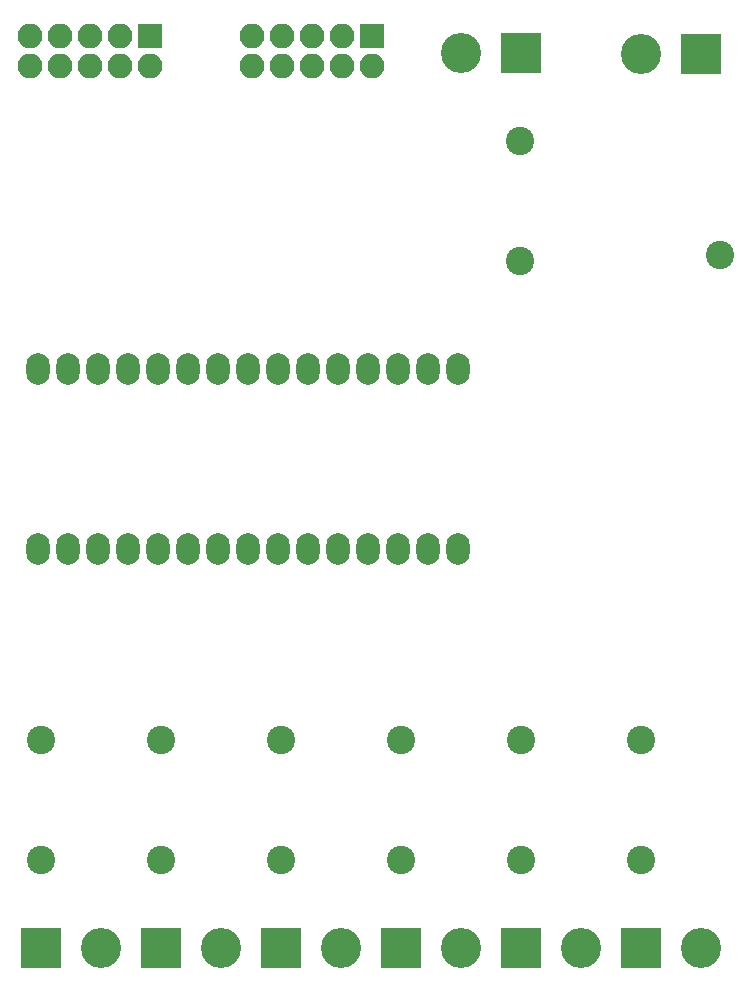
<source format=gbr>
G04 #@! TF.FileFunction,Soldermask,Bot*
%FSLAX46Y46*%
G04 Gerber Fmt 4.6, Leading zero omitted, Abs format (unit mm)*
G04 Created by KiCad (PCBNEW 4.0.2+dfsg1-stable) date mié 25 sep 2019 12:11:59 CEST*
%MOMM*%
G01*
G04 APERTURE LIST*
%ADD10C,0.100000*%
%ADD11R,3.400000X3.400000*%
%ADD12C,3.400000*%
%ADD13C,2.398980*%
%ADD14O,1.974800X2.686000*%
%ADD15R,2.100000X2.100000*%
%ADD16O,2.100000X2.100000*%
G04 APERTURE END LIST*
D10*
D11*
X86741000Y-154940000D03*
D12*
X91821000Y-154940000D03*
D11*
X122301000Y-79248000D03*
D12*
X117221000Y-79248000D03*
D11*
X66421000Y-154940000D03*
D12*
X71501000Y-154940000D03*
D11*
X76581000Y-154940000D03*
D12*
X81661000Y-154940000D03*
D11*
X96901000Y-154940000D03*
D12*
X101981000Y-154940000D03*
D11*
X107061000Y-154940000D03*
D12*
X112141000Y-154940000D03*
D11*
X117221000Y-154940000D03*
D12*
X122301000Y-154940000D03*
D11*
X107061000Y-79121000D03*
D12*
X101981000Y-79121000D03*
D13*
X66421000Y-137287000D03*
X66421000Y-147447000D03*
X117221000Y-137287000D03*
X117221000Y-147447000D03*
X76581000Y-137287000D03*
X76581000Y-147447000D03*
X86715600Y-137287000D03*
X86715600Y-147447000D03*
X96901000Y-137287000D03*
X96901000Y-147447000D03*
X107061000Y-137287000D03*
X107061000Y-147447000D03*
D14*
X99240000Y-105880000D03*
X96700000Y-105880000D03*
X94160000Y-105880000D03*
X101780000Y-121120000D03*
X99240000Y-121120000D03*
X96700000Y-121120000D03*
X94160000Y-121120000D03*
X73840000Y-121120000D03*
X71300000Y-121120000D03*
X68760000Y-121120000D03*
X101780000Y-105880000D03*
X91620000Y-105880000D03*
X89080000Y-105880000D03*
X86540000Y-105880000D03*
X84000000Y-105880000D03*
X81460000Y-105880000D03*
X78920000Y-105880000D03*
X76380000Y-105880000D03*
X73840000Y-105880000D03*
X71300000Y-105880000D03*
X68760000Y-105880000D03*
X66220000Y-105880000D03*
X66220000Y-121120000D03*
X76380000Y-121120000D03*
X78920000Y-121120000D03*
X81460000Y-121120000D03*
X84000000Y-121120000D03*
X86540000Y-121120000D03*
X89080000Y-121120000D03*
X91620000Y-121120000D03*
D13*
X123952000Y-96266000D03*
D15*
X75692000Y-77724000D03*
D16*
X75692000Y-80264000D03*
X73152000Y-77724000D03*
X73152000Y-80264000D03*
X70612000Y-77724000D03*
X70612000Y-80264000D03*
X68072000Y-77724000D03*
X68072000Y-80264000D03*
X65532000Y-77724000D03*
X65532000Y-80264000D03*
D15*
X94488000Y-77724000D03*
D16*
X94488000Y-80264000D03*
X91948000Y-77724000D03*
X91948000Y-80264000D03*
X89408000Y-77724000D03*
X89408000Y-80264000D03*
X86868000Y-77724000D03*
X86868000Y-80264000D03*
X84328000Y-77724000D03*
X84328000Y-80264000D03*
D13*
X107000000Y-96750000D03*
X107000000Y-86590000D03*
M02*

</source>
